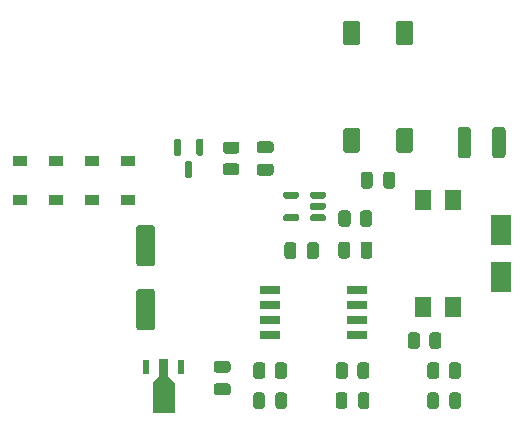
<source format=gtp>
G04 #@! TF.GenerationSoftware,KiCad,Pcbnew,6.0.2+dfsg-1*
G04 #@! TF.CreationDate,2024-04-05T20:58:32-06:00*
G04 #@! TF.ProjectId,mss-crossover,6d73732d-6372-46f7-9373-6f7665722e6b,rev?*
G04 #@! TF.SameCoordinates,Original*
G04 #@! TF.FileFunction,Paste,Top*
G04 #@! TF.FilePolarity,Positive*
%FSLAX46Y46*%
G04 Gerber Fmt 4.6, Leading zero omitted, Abs format (unit mm)*
G04 Created by KiCad (PCBNEW 6.0.2+dfsg-1) date 2024-04-05 20:58:32*
%MOMM*%
%LPD*%
G01*
G04 APERTURE LIST*
%ADD10R,1.800000X2.500000*%
%ADD11R,1.200000X0.900000*%
%ADD12R,1.700000X0.650000*%
%ADD13R,0.550000X1.300000*%
%ADD14R,1.397000X1.701800*%
G04 APERTURE END LIST*
G36*
G01*
X53033000Y-175354000D02*
X53033000Y-174404000D01*
G75*
G02*
X53283000Y-174154000I250000J0D01*
G01*
X53783000Y-174154000D01*
G75*
G02*
X54033000Y-174404000I0J-250000D01*
G01*
X54033000Y-175354000D01*
G75*
G02*
X53783000Y-175604000I-250000J0D01*
G01*
X53283000Y-175604000D01*
G75*
G02*
X53033000Y-175354000I0J250000D01*
G01*
G37*
G36*
G01*
X54933000Y-175354000D02*
X54933000Y-174404000D01*
G75*
G02*
X55183000Y-174154000I250000J0D01*
G01*
X55683000Y-174154000D01*
G75*
G02*
X55933000Y-174404000I0J-250000D01*
G01*
X55933000Y-175354000D01*
G75*
G02*
X55683000Y-175604000I-250000J0D01*
G01*
X55183000Y-175604000D01*
G75*
G02*
X54933000Y-175354000I0J250000D01*
G01*
G37*
D10*
X71374000Y-173133000D03*
X71374000Y-177133000D03*
G36*
G01*
X57376000Y-185489000D02*
X57376000Y-184589000D01*
G75*
G02*
X57626000Y-184339000I250000J0D01*
G01*
X58151000Y-184339000D01*
G75*
G02*
X58401000Y-184589000I0J-250000D01*
G01*
X58401000Y-185489000D01*
G75*
G02*
X58151000Y-185739000I-250000J0D01*
G01*
X57626000Y-185739000D01*
G75*
G02*
X57376000Y-185489000I0J250000D01*
G01*
G37*
G36*
G01*
X59201000Y-185489000D02*
X59201000Y-184589000D01*
G75*
G02*
X59451000Y-184339000I250000J0D01*
G01*
X59976000Y-184339000D01*
G75*
G02*
X60226000Y-184589000I0J-250000D01*
G01*
X60226000Y-185489000D01*
G75*
G02*
X59976000Y-185739000I-250000J0D01*
G01*
X59451000Y-185739000D01*
G75*
G02*
X59201000Y-185489000I0J250000D01*
G01*
G37*
G36*
G01*
X66322000Y-182049000D02*
X66322000Y-182949000D01*
G75*
G02*
X66072000Y-183199000I-250000J0D01*
G01*
X65547000Y-183199000D01*
G75*
G02*
X65297000Y-182949000I0J250000D01*
G01*
X65297000Y-182049000D01*
G75*
G02*
X65547000Y-181799000I250000J0D01*
G01*
X66072000Y-181799000D01*
G75*
G02*
X66322000Y-182049000I0J-250000D01*
G01*
G37*
G36*
G01*
X64497000Y-182049000D02*
X64497000Y-182949000D01*
G75*
G02*
X64247000Y-183199000I-250000J0D01*
G01*
X63722000Y-183199000D01*
G75*
G02*
X63472000Y-182949000I0J250000D01*
G01*
X63472000Y-182049000D01*
G75*
G02*
X63722000Y-181799000I250000J0D01*
G01*
X64247000Y-181799000D01*
G75*
G02*
X64497000Y-182049000I0J-250000D01*
G01*
G37*
G36*
G01*
X50391000Y-188035250D02*
X50391000Y-187122750D01*
G75*
G02*
X50634750Y-186879000I243750J0D01*
G01*
X51122250Y-186879000D01*
G75*
G02*
X51366000Y-187122750I0J-243750D01*
G01*
X51366000Y-188035250D01*
G75*
G02*
X51122250Y-188279000I-243750J0D01*
G01*
X50634750Y-188279000D01*
G75*
G02*
X50391000Y-188035250I0J243750D01*
G01*
G37*
G36*
G01*
X52266000Y-188035250D02*
X52266000Y-187122750D01*
G75*
G02*
X52509750Y-186879000I243750J0D01*
G01*
X52997250Y-186879000D01*
G75*
G02*
X53241000Y-187122750I0J-243750D01*
G01*
X53241000Y-188035250D01*
G75*
G02*
X52997250Y-188279000I-243750J0D01*
G01*
X52509750Y-188279000D01*
G75*
G02*
X52266000Y-188035250I0J243750D01*
G01*
G37*
G36*
G01*
X53241000Y-184589000D02*
X53241000Y-185489000D01*
G75*
G02*
X52991000Y-185739000I-250000J0D01*
G01*
X52466000Y-185739000D01*
G75*
G02*
X52216000Y-185489000I0J250000D01*
G01*
X52216000Y-184589000D01*
G75*
G02*
X52466000Y-184339000I250000J0D01*
G01*
X52991000Y-184339000D01*
G75*
G02*
X53241000Y-184589000I0J-250000D01*
G01*
G37*
G36*
G01*
X51416000Y-184589000D02*
X51416000Y-185489000D01*
G75*
G02*
X51166000Y-185739000I-250000J0D01*
G01*
X50641000Y-185739000D01*
G75*
G02*
X50391000Y-185489000I0J250000D01*
G01*
X50391000Y-184589000D01*
G75*
G02*
X50641000Y-184339000I250000J0D01*
G01*
X51166000Y-184339000D01*
G75*
G02*
X51416000Y-184589000I0J-250000D01*
G01*
G37*
D11*
X36703000Y-170560000D03*
X36703000Y-167260000D03*
G36*
G01*
X57376000Y-188035250D02*
X57376000Y-187122750D01*
G75*
G02*
X57619750Y-186879000I243750J0D01*
G01*
X58107250Y-186879000D01*
G75*
G02*
X58351000Y-187122750I0J-243750D01*
G01*
X58351000Y-188035250D01*
G75*
G02*
X58107250Y-188279000I-243750J0D01*
G01*
X57619750Y-188279000D01*
G75*
G02*
X57376000Y-188035250I0J243750D01*
G01*
G37*
G36*
G01*
X59251000Y-188035250D02*
X59251000Y-187122750D01*
G75*
G02*
X59494750Y-186879000I243750J0D01*
G01*
X59982250Y-186879000D01*
G75*
G02*
X60226000Y-187122750I0J-243750D01*
G01*
X60226000Y-188035250D01*
G75*
G02*
X59982250Y-188279000I-243750J0D01*
G01*
X59494750Y-188279000D01*
G75*
G02*
X59251000Y-188035250I0J243750D01*
G01*
G37*
G36*
G01*
X62410000Y-168435000D02*
X62410000Y-169385000D01*
G75*
G02*
X62160000Y-169635000I-250000J0D01*
G01*
X61660000Y-169635000D01*
G75*
G02*
X61410000Y-169385000I0J250000D01*
G01*
X61410000Y-168435000D01*
G75*
G02*
X61660000Y-168185000I250000J0D01*
G01*
X62160000Y-168185000D01*
G75*
G02*
X62410000Y-168435000I0J-250000D01*
G01*
G37*
G36*
G01*
X60510000Y-168435000D02*
X60510000Y-169385000D01*
G75*
G02*
X60260000Y-169635000I-250000J0D01*
G01*
X59760000Y-169635000D01*
G75*
G02*
X59510000Y-169385000I0J250000D01*
G01*
X59510000Y-168435000D01*
G75*
G02*
X59760000Y-168185000I250000J0D01*
G01*
X60260000Y-168185000D01*
G75*
G02*
X60510000Y-168435000I0J-250000D01*
G01*
G37*
G36*
G01*
X71748000Y-164660000D02*
X71748000Y-166810000D01*
G75*
G02*
X71498000Y-167060000I-250000J0D01*
G01*
X70873000Y-167060000D01*
G75*
G02*
X70623000Y-166810000I0J250000D01*
G01*
X70623000Y-164660000D01*
G75*
G02*
X70873000Y-164410000I250000J0D01*
G01*
X71498000Y-164410000D01*
G75*
G02*
X71748000Y-164660000I0J-250000D01*
G01*
G37*
G36*
G01*
X68823000Y-164660000D02*
X68823000Y-166810000D01*
G75*
G02*
X68573000Y-167060000I-250000J0D01*
G01*
X67948000Y-167060000D01*
G75*
G02*
X67698000Y-166810000I0J250000D01*
G01*
X67698000Y-164660000D01*
G75*
G02*
X67948000Y-164410000I250000J0D01*
G01*
X68573000Y-164410000D01*
G75*
G02*
X68823000Y-164660000I0J-250000D01*
G01*
G37*
D12*
X59149000Y-181991000D03*
X59149000Y-180721000D03*
X59149000Y-179451000D03*
X59149000Y-178181000D03*
X51849000Y-178181000D03*
X51849000Y-179451000D03*
X51849000Y-180721000D03*
X51849000Y-181991000D03*
G36*
G01*
X48964000Y-168496000D02*
X48064000Y-168496000D01*
G75*
G02*
X47814000Y-168246000I0J250000D01*
G01*
X47814000Y-167721000D01*
G75*
G02*
X48064000Y-167471000I250000J0D01*
G01*
X48964000Y-167471000D01*
G75*
G02*
X49214000Y-167721000I0J-250000D01*
G01*
X49214000Y-168246000D01*
G75*
G02*
X48964000Y-168496000I-250000J0D01*
G01*
G37*
G36*
G01*
X48964000Y-166671000D02*
X48064000Y-166671000D01*
G75*
G02*
X47814000Y-166421000I0J250000D01*
G01*
X47814000Y-165896000D01*
G75*
G02*
X48064000Y-165646000I250000J0D01*
G01*
X48964000Y-165646000D01*
G75*
G02*
X49214000Y-165896000I0J-250000D01*
G01*
X49214000Y-166421000D01*
G75*
G02*
X48964000Y-166671000I-250000J0D01*
G01*
G37*
D11*
X30607000Y-167260000D03*
X30607000Y-170560000D03*
D13*
X44299000Y-184697500D03*
G36*
X41874000Y-188647500D02*
G01*
X41874000Y-186047500D01*
X42399000Y-185522500D01*
X42399000Y-184047500D01*
X43199000Y-184047500D01*
X43199000Y-185522500D01*
X43724000Y-186047500D01*
X43724000Y-188647500D01*
X41874000Y-188647500D01*
G37*
X41299000Y-184697500D03*
G36*
G01*
X47277000Y-184224000D02*
X48227000Y-184224000D01*
G75*
G02*
X48477000Y-184474000I0J-250000D01*
G01*
X48477000Y-184974000D01*
G75*
G02*
X48227000Y-185224000I-250000J0D01*
G01*
X47277000Y-185224000D01*
G75*
G02*
X47027000Y-184974000I0J250000D01*
G01*
X47027000Y-184474000D01*
G75*
G02*
X47277000Y-184224000I250000J0D01*
G01*
G37*
G36*
G01*
X47277000Y-186124000D02*
X48227000Y-186124000D01*
G75*
G02*
X48477000Y-186374000I0J-250000D01*
G01*
X48477000Y-186874000D01*
G75*
G02*
X48227000Y-187124000I-250000J0D01*
G01*
X47277000Y-187124000D01*
G75*
G02*
X47027000Y-186874000I0J250000D01*
G01*
X47027000Y-186374000D01*
G75*
G02*
X47277000Y-186124000I250000J0D01*
G01*
G37*
G36*
G01*
X41825000Y-181615000D02*
X40725000Y-181615000D01*
G75*
G02*
X40475000Y-181365000I0J250000D01*
G01*
X40475000Y-178365000D01*
G75*
G02*
X40725000Y-178115000I250000J0D01*
G01*
X41825000Y-178115000D01*
G75*
G02*
X42075000Y-178365000I0J-250000D01*
G01*
X42075000Y-181365000D01*
G75*
G02*
X41825000Y-181615000I-250000J0D01*
G01*
G37*
G36*
G01*
X41825000Y-176215000D02*
X40725000Y-176215000D01*
G75*
G02*
X40475000Y-175965000I0J250000D01*
G01*
X40475000Y-172965000D01*
G75*
G02*
X40725000Y-172715000I250000J0D01*
G01*
X41825000Y-172715000D01*
G75*
G02*
X42075000Y-172965000I0J-250000D01*
G01*
X42075000Y-175965000D01*
G75*
G02*
X41825000Y-176215000I-250000J0D01*
G01*
G37*
G36*
G01*
X50923250Y-165621000D02*
X51873250Y-165621000D01*
G75*
G02*
X52123250Y-165871000I0J-250000D01*
G01*
X52123250Y-166371000D01*
G75*
G02*
X51873250Y-166621000I-250000J0D01*
G01*
X50923250Y-166621000D01*
G75*
G02*
X50673250Y-166371000I0J250000D01*
G01*
X50673250Y-165871000D01*
G75*
G02*
X50923250Y-165621000I250000J0D01*
G01*
G37*
G36*
G01*
X50923250Y-167521000D02*
X51873250Y-167521000D01*
G75*
G02*
X52123250Y-167771000I0J-250000D01*
G01*
X52123250Y-168271000D01*
G75*
G02*
X51873250Y-168521000I-250000J0D01*
G01*
X50923250Y-168521000D01*
G75*
G02*
X50673250Y-168271000I0J250000D01*
G01*
X50673250Y-167771000D01*
G75*
G02*
X50923250Y-167521000I250000J0D01*
G01*
G37*
G36*
G01*
X60456500Y-171717250D02*
X60456500Y-172617250D01*
G75*
G02*
X60206500Y-172867250I-250000J0D01*
G01*
X59681500Y-172867250D01*
G75*
G02*
X59431500Y-172617250I0J250000D01*
G01*
X59431500Y-171717250D01*
G75*
G02*
X59681500Y-171467250I250000J0D01*
G01*
X60206500Y-171467250D01*
G75*
G02*
X60456500Y-171717250I0J-250000D01*
G01*
G37*
G36*
G01*
X58631500Y-171717250D02*
X58631500Y-172617250D01*
G75*
G02*
X58381500Y-172867250I-250000J0D01*
G01*
X57856500Y-172867250D01*
G75*
G02*
X57606500Y-172617250I0J250000D01*
G01*
X57606500Y-171717250D01*
G75*
G02*
X57856500Y-171467250I250000J0D01*
G01*
X58381500Y-171467250D01*
G75*
G02*
X58631500Y-171717250I0J-250000D01*
G01*
G37*
D11*
X33655000Y-170560000D03*
X33655000Y-167260000D03*
X39751000Y-167260000D03*
X39751000Y-170560000D03*
G36*
G01*
X45721250Y-165396000D02*
X46021250Y-165396000D01*
G75*
G02*
X46171250Y-165546000I0J-150000D01*
G01*
X46171250Y-166721000D01*
G75*
G02*
X46021250Y-166871000I-150000J0D01*
G01*
X45721250Y-166871000D01*
G75*
G02*
X45571250Y-166721000I0J150000D01*
G01*
X45571250Y-165546000D01*
G75*
G02*
X45721250Y-165396000I150000J0D01*
G01*
G37*
G36*
G01*
X43821250Y-165396000D02*
X44121250Y-165396000D01*
G75*
G02*
X44271250Y-165546000I0J-150000D01*
G01*
X44271250Y-166721000D01*
G75*
G02*
X44121250Y-166871000I-150000J0D01*
G01*
X43821250Y-166871000D01*
G75*
G02*
X43671250Y-166721000I0J150000D01*
G01*
X43671250Y-165546000D01*
G75*
G02*
X43821250Y-165396000I150000J0D01*
G01*
G37*
G36*
G01*
X44771250Y-167271000D02*
X45071250Y-167271000D01*
G75*
G02*
X45221250Y-167421000I0J-150000D01*
G01*
X45221250Y-168596000D01*
G75*
G02*
X45071250Y-168746000I-150000J0D01*
G01*
X44771250Y-168746000D01*
G75*
G02*
X44621250Y-168596000I0J150000D01*
G01*
X44621250Y-167421000D01*
G75*
G02*
X44771250Y-167271000I150000J0D01*
G01*
G37*
G36*
G01*
X56531500Y-171935000D02*
X56531500Y-172235000D01*
G75*
G02*
X56381500Y-172385000I-150000J0D01*
G01*
X55356500Y-172385000D01*
G75*
G02*
X55206500Y-172235000I0J150000D01*
G01*
X55206500Y-171935000D01*
G75*
G02*
X55356500Y-171785000I150000J0D01*
G01*
X56381500Y-171785000D01*
G75*
G02*
X56531500Y-171935000I0J-150000D01*
G01*
G37*
G36*
G01*
X56531500Y-170985000D02*
X56531500Y-171285000D01*
G75*
G02*
X56381500Y-171435000I-150000J0D01*
G01*
X55356500Y-171435000D01*
G75*
G02*
X55206500Y-171285000I0J150000D01*
G01*
X55206500Y-170985000D01*
G75*
G02*
X55356500Y-170835000I150000J0D01*
G01*
X56381500Y-170835000D01*
G75*
G02*
X56531500Y-170985000I0J-150000D01*
G01*
G37*
G36*
G01*
X56531500Y-170035000D02*
X56531500Y-170335000D01*
G75*
G02*
X56381500Y-170485000I-150000J0D01*
G01*
X55356500Y-170485000D01*
G75*
G02*
X55206500Y-170335000I0J150000D01*
G01*
X55206500Y-170035000D01*
G75*
G02*
X55356500Y-169885000I150000J0D01*
G01*
X56381500Y-169885000D01*
G75*
G02*
X56531500Y-170035000I0J-150000D01*
G01*
G37*
G36*
G01*
X54256500Y-170035000D02*
X54256500Y-170335000D01*
G75*
G02*
X54106500Y-170485000I-150000J0D01*
G01*
X53081500Y-170485000D01*
G75*
G02*
X52931500Y-170335000I0J150000D01*
G01*
X52931500Y-170035000D01*
G75*
G02*
X53081500Y-169885000I150000J0D01*
G01*
X54106500Y-169885000D01*
G75*
G02*
X54256500Y-170035000I0J-150000D01*
G01*
G37*
G36*
G01*
X54256500Y-171935000D02*
X54256500Y-172235000D01*
G75*
G02*
X54106500Y-172385000I-150000J0D01*
G01*
X53081500Y-172385000D01*
G75*
G02*
X52931500Y-172235000I0J150000D01*
G01*
X52931500Y-171935000D01*
G75*
G02*
X53081500Y-171785000I150000J0D01*
G01*
X54106500Y-171785000D01*
G75*
G02*
X54256500Y-171935000I0J-150000D01*
G01*
G37*
G36*
G01*
X60481500Y-174359250D02*
X60481500Y-175309250D01*
G75*
G02*
X60231500Y-175559250I-250000J0D01*
G01*
X59731500Y-175559250D01*
G75*
G02*
X59481500Y-175309250I0J250000D01*
G01*
X59481500Y-174359250D01*
G75*
G02*
X59731500Y-174109250I250000J0D01*
G01*
X60231500Y-174109250D01*
G75*
G02*
X60481500Y-174359250I0J-250000D01*
G01*
G37*
G36*
G01*
X58581500Y-174359250D02*
X58581500Y-175309250D01*
G75*
G02*
X58331500Y-175559250I-250000J0D01*
G01*
X57831500Y-175559250D01*
G75*
G02*
X57581500Y-175309250I0J250000D01*
G01*
X57581500Y-174359250D01*
G75*
G02*
X57831500Y-174109250I250000J0D01*
G01*
X58331500Y-174109250D01*
G75*
G02*
X58581500Y-174359250I0J-250000D01*
G01*
G37*
G36*
G01*
X65123000Y-185489000D02*
X65123000Y-184589000D01*
G75*
G02*
X65373000Y-184339000I250000J0D01*
G01*
X65898000Y-184339000D01*
G75*
G02*
X66148000Y-184589000I0J-250000D01*
G01*
X66148000Y-185489000D01*
G75*
G02*
X65898000Y-185739000I-250000J0D01*
G01*
X65373000Y-185739000D01*
G75*
G02*
X65123000Y-185489000I0J250000D01*
G01*
G37*
G36*
G01*
X66948000Y-185489000D02*
X66948000Y-184589000D01*
G75*
G02*
X67198000Y-184339000I250000J0D01*
G01*
X67723000Y-184339000D01*
G75*
G02*
X67973000Y-184589000I0J-250000D01*
G01*
X67973000Y-185489000D01*
G75*
G02*
X67723000Y-185739000I-250000J0D01*
G01*
X67198000Y-185739000D01*
G75*
G02*
X66948000Y-185489000I0J250000D01*
G01*
G37*
G36*
G01*
X65123000Y-188035250D02*
X65123000Y-187122750D01*
G75*
G02*
X65366750Y-186879000I243750J0D01*
G01*
X65854250Y-186879000D01*
G75*
G02*
X66098000Y-187122750I0J-243750D01*
G01*
X66098000Y-188035250D01*
G75*
G02*
X65854250Y-188279000I-243750J0D01*
G01*
X65366750Y-188279000D01*
G75*
G02*
X65123000Y-188035250I0J243750D01*
G01*
G37*
G36*
G01*
X66998000Y-188035250D02*
X66998000Y-187122750D01*
G75*
G02*
X67241750Y-186879000I243750J0D01*
G01*
X67729250Y-186879000D01*
G75*
G02*
X67973000Y-187122750I0J-243750D01*
G01*
X67973000Y-188035250D01*
G75*
G02*
X67729250Y-188279000I-243750J0D01*
G01*
X67241750Y-188279000D01*
G75*
G02*
X66998000Y-188035250I0J243750D01*
G01*
G37*
D14*
X64770000Y-179641500D03*
X67310000Y-179641500D03*
X67310000Y-170624500D03*
X64770000Y-170624500D03*
G36*
G01*
X63752000Y-157495000D02*
X62648000Y-157495000D01*
G75*
G02*
X62510000Y-157357000I0J138000D01*
G01*
X62510000Y-155533000D01*
G75*
G02*
X62648000Y-155395000I138000J0D01*
G01*
X63752000Y-155395000D01*
G75*
G02*
X63890000Y-155533000I0J-138000D01*
G01*
X63890000Y-157357000D01*
G75*
G02*
X63752000Y-157495000I-138000J0D01*
G01*
G37*
G36*
G01*
X63752000Y-166595000D02*
X62648000Y-166595000D01*
G75*
G02*
X62510000Y-166457000I0J138000D01*
G01*
X62510000Y-164633000D01*
G75*
G02*
X62648000Y-164495000I138000J0D01*
G01*
X63752000Y-164495000D01*
G75*
G02*
X63890000Y-164633000I0J-138000D01*
G01*
X63890000Y-166457000D01*
G75*
G02*
X63752000Y-166595000I-138000J0D01*
G01*
G37*
G36*
G01*
X59272000Y-157495000D02*
X58168000Y-157495000D01*
G75*
G02*
X58030000Y-157357000I0J138000D01*
G01*
X58030000Y-155533000D01*
G75*
G02*
X58168000Y-155395000I138000J0D01*
G01*
X59272000Y-155395000D01*
G75*
G02*
X59410000Y-155533000I0J-138000D01*
G01*
X59410000Y-157357000D01*
G75*
G02*
X59272000Y-157495000I-138000J0D01*
G01*
G37*
G36*
G01*
X59272000Y-166595000D02*
X58168000Y-166595000D01*
G75*
G02*
X58030000Y-166457000I0J138000D01*
G01*
X58030000Y-164633000D01*
G75*
G02*
X58168000Y-164495000I138000J0D01*
G01*
X59272000Y-164495000D01*
G75*
G02*
X59410000Y-164633000I0J-138000D01*
G01*
X59410000Y-166457000D01*
G75*
G02*
X59272000Y-166595000I-138000J0D01*
G01*
G37*
M02*

</source>
